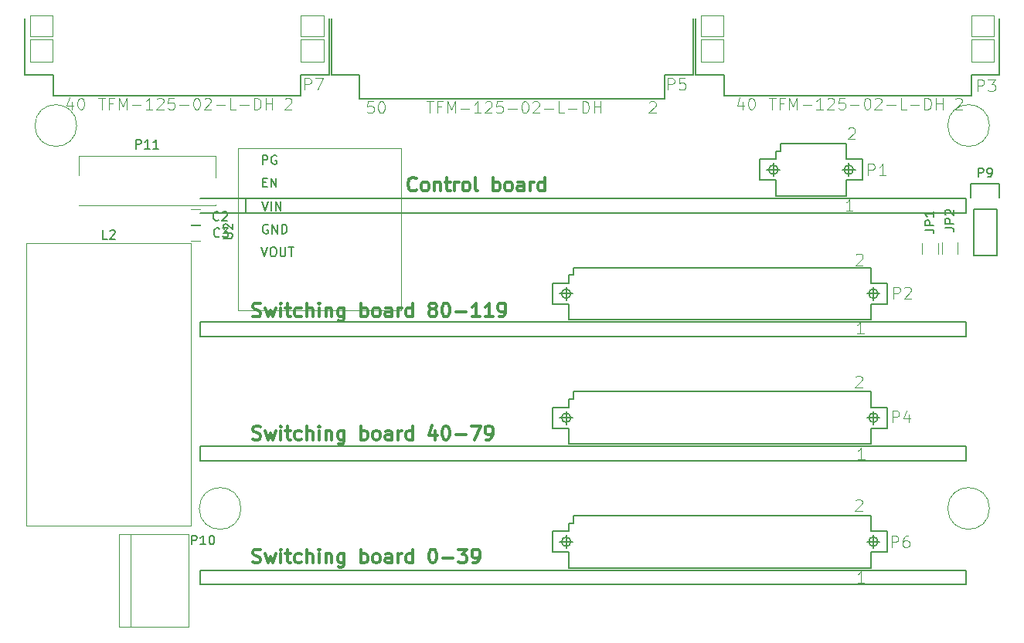
<source format=gbr>
G04 #@! TF.FileFunction,Legend,Top*
%FSLAX46Y46*%
G04 Gerber Fmt 4.6, Leading zero omitted, Abs format (unit mm)*
G04 Created by KiCad (PCBNEW 4.0.1-stable) date 2017-03-07 1:46:45 PM*
%MOMM*%
G01*
G04 APERTURE LIST*
%ADD10C,0.100000*%
%ADD11C,0.300000*%
%ADD12C,0.200000*%
%ADD13C,0.120000*%
%ADD14C,0.150000*%
%ADD15C,0.066040*%
%ADD16C,0.127000*%
%ADD17C,0.101600*%
G04 APERTURE END LIST*
D10*
D11*
X71585714Y-91907643D02*
X71800000Y-91979071D01*
X72157143Y-91979071D01*
X72300000Y-91907643D01*
X72371429Y-91836214D01*
X72442857Y-91693357D01*
X72442857Y-91550500D01*
X72371429Y-91407643D01*
X72300000Y-91336214D01*
X72157143Y-91264786D01*
X71871429Y-91193357D01*
X71728571Y-91121929D01*
X71657143Y-91050500D01*
X71585714Y-90907643D01*
X71585714Y-90764786D01*
X71657143Y-90621929D01*
X71728571Y-90550500D01*
X71871429Y-90479071D01*
X72228571Y-90479071D01*
X72442857Y-90550500D01*
X72942857Y-90979071D02*
X73228571Y-91979071D01*
X73514285Y-91264786D01*
X73800000Y-91979071D01*
X74085714Y-90979071D01*
X74657143Y-91979071D02*
X74657143Y-90979071D01*
X74657143Y-90479071D02*
X74585714Y-90550500D01*
X74657143Y-90621929D01*
X74728571Y-90550500D01*
X74657143Y-90479071D01*
X74657143Y-90621929D01*
X75157143Y-90979071D02*
X75728572Y-90979071D01*
X75371429Y-90479071D02*
X75371429Y-91764786D01*
X75442857Y-91907643D01*
X75585715Y-91979071D01*
X75728572Y-91979071D01*
X76871429Y-91907643D02*
X76728572Y-91979071D01*
X76442858Y-91979071D01*
X76300000Y-91907643D01*
X76228572Y-91836214D01*
X76157143Y-91693357D01*
X76157143Y-91264786D01*
X76228572Y-91121929D01*
X76300000Y-91050500D01*
X76442858Y-90979071D01*
X76728572Y-90979071D01*
X76871429Y-91050500D01*
X77514286Y-91979071D02*
X77514286Y-90479071D01*
X78157143Y-91979071D02*
X78157143Y-91193357D01*
X78085714Y-91050500D01*
X77942857Y-90979071D01*
X77728572Y-90979071D01*
X77585714Y-91050500D01*
X77514286Y-91121929D01*
X78871429Y-91979071D02*
X78871429Y-90979071D01*
X78871429Y-90479071D02*
X78800000Y-90550500D01*
X78871429Y-90621929D01*
X78942857Y-90550500D01*
X78871429Y-90479071D01*
X78871429Y-90621929D01*
X79585715Y-90979071D02*
X79585715Y-91979071D01*
X79585715Y-91121929D02*
X79657143Y-91050500D01*
X79800001Y-90979071D01*
X80014286Y-90979071D01*
X80157143Y-91050500D01*
X80228572Y-91193357D01*
X80228572Y-91979071D01*
X81585715Y-90979071D02*
X81585715Y-92193357D01*
X81514286Y-92336214D01*
X81442858Y-92407643D01*
X81300001Y-92479071D01*
X81085715Y-92479071D01*
X80942858Y-92407643D01*
X81585715Y-91907643D02*
X81442858Y-91979071D01*
X81157144Y-91979071D01*
X81014286Y-91907643D01*
X80942858Y-91836214D01*
X80871429Y-91693357D01*
X80871429Y-91264786D01*
X80942858Y-91121929D01*
X81014286Y-91050500D01*
X81157144Y-90979071D01*
X81442858Y-90979071D01*
X81585715Y-91050500D01*
X83442858Y-91979071D02*
X83442858Y-90479071D01*
X83442858Y-91050500D02*
X83585715Y-90979071D01*
X83871429Y-90979071D01*
X84014286Y-91050500D01*
X84085715Y-91121929D01*
X84157144Y-91264786D01*
X84157144Y-91693357D01*
X84085715Y-91836214D01*
X84014286Y-91907643D01*
X83871429Y-91979071D01*
X83585715Y-91979071D01*
X83442858Y-91907643D01*
X85014287Y-91979071D02*
X84871429Y-91907643D01*
X84800001Y-91836214D01*
X84728572Y-91693357D01*
X84728572Y-91264786D01*
X84800001Y-91121929D01*
X84871429Y-91050500D01*
X85014287Y-90979071D01*
X85228572Y-90979071D01*
X85371429Y-91050500D01*
X85442858Y-91121929D01*
X85514287Y-91264786D01*
X85514287Y-91693357D01*
X85442858Y-91836214D01*
X85371429Y-91907643D01*
X85228572Y-91979071D01*
X85014287Y-91979071D01*
X86800001Y-91979071D02*
X86800001Y-91193357D01*
X86728572Y-91050500D01*
X86585715Y-90979071D01*
X86300001Y-90979071D01*
X86157144Y-91050500D01*
X86800001Y-91907643D02*
X86657144Y-91979071D01*
X86300001Y-91979071D01*
X86157144Y-91907643D01*
X86085715Y-91764786D01*
X86085715Y-91621929D01*
X86157144Y-91479071D01*
X86300001Y-91407643D01*
X86657144Y-91407643D01*
X86800001Y-91336214D01*
X87514287Y-91979071D02*
X87514287Y-90979071D01*
X87514287Y-91264786D02*
X87585715Y-91121929D01*
X87657144Y-91050500D01*
X87800001Y-90979071D01*
X87942858Y-90979071D01*
X89085715Y-91979071D02*
X89085715Y-90479071D01*
X89085715Y-91907643D02*
X88942858Y-91979071D01*
X88657144Y-91979071D01*
X88514286Y-91907643D01*
X88442858Y-91836214D01*
X88371429Y-91693357D01*
X88371429Y-91264786D01*
X88442858Y-91121929D01*
X88514286Y-91050500D01*
X88657144Y-90979071D01*
X88942858Y-90979071D01*
X89085715Y-91050500D01*
X91228572Y-90479071D02*
X91371429Y-90479071D01*
X91514286Y-90550500D01*
X91585715Y-90621929D01*
X91657144Y-90764786D01*
X91728572Y-91050500D01*
X91728572Y-91407643D01*
X91657144Y-91693357D01*
X91585715Y-91836214D01*
X91514286Y-91907643D01*
X91371429Y-91979071D01*
X91228572Y-91979071D01*
X91085715Y-91907643D01*
X91014286Y-91836214D01*
X90942858Y-91693357D01*
X90871429Y-91407643D01*
X90871429Y-91050500D01*
X90942858Y-90764786D01*
X91014286Y-90621929D01*
X91085715Y-90550500D01*
X91228572Y-90479071D01*
X92371429Y-91407643D02*
X93514286Y-91407643D01*
X94085715Y-90479071D02*
X95014286Y-90479071D01*
X94514286Y-91050500D01*
X94728572Y-91050500D01*
X94871429Y-91121929D01*
X94942858Y-91193357D01*
X95014286Y-91336214D01*
X95014286Y-91693357D01*
X94942858Y-91836214D01*
X94871429Y-91907643D01*
X94728572Y-91979071D01*
X94300000Y-91979071D01*
X94157143Y-91907643D01*
X94085715Y-91836214D01*
X95728571Y-91979071D02*
X96014286Y-91979071D01*
X96157143Y-91907643D01*
X96228571Y-91836214D01*
X96371429Y-91621929D01*
X96442857Y-91336214D01*
X96442857Y-90764786D01*
X96371429Y-90621929D01*
X96300000Y-90550500D01*
X96157143Y-90479071D01*
X95871429Y-90479071D01*
X95728571Y-90550500D01*
X95657143Y-90621929D01*
X95585714Y-90764786D01*
X95585714Y-91121929D01*
X95657143Y-91264786D01*
X95728571Y-91336214D01*
X95871429Y-91407643D01*
X96157143Y-91407643D01*
X96300000Y-91336214D01*
X96371429Y-91264786D01*
X96442857Y-91121929D01*
X71585714Y-78382143D02*
X71800000Y-78453571D01*
X72157143Y-78453571D01*
X72300000Y-78382143D01*
X72371429Y-78310714D01*
X72442857Y-78167857D01*
X72442857Y-78025000D01*
X72371429Y-77882143D01*
X72300000Y-77810714D01*
X72157143Y-77739286D01*
X71871429Y-77667857D01*
X71728571Y-77596429D01*
X71657143Y-77525000D01*
X71585714Y-77382143D01*
X71585714Y-77239286D01*
X71657143Y-77096429D01*
X71728571Y-77025000D01*
X71871429Y-76953571D01*
X72228571Y-76953571D01*
X72442857Y-77025000D01*
X72942857Y-77453571D02*
X73228571Y-78453571D01*
X73514285Y-77739286D01*
X73800000Y-78453571D01*
X74085714Y-77453571D01*
X74657143Y-78453571D02*
X74657143Y-77453571D01*
X74657143Y-76953571D02*
X74585714Y-77025000D01*
X74657143Y-77096429D01*
X74728571Y-77025000D01*
X74657143Y-76953571D01*
X74657143Y-77096429D01*
X75157143Y-77453571D02*
X75728572Y-77453571D01*
X75371429Y-76953571D02*
X75371429Y-78239286D01*
X75442857Y-78382143D01*
X75585715Y-78453571D01*
X75728572Y-78453571D01*
X76871429Y-78382143D02*
X76728572Y-78453571D01*
X76442858Y-78453571D01*
X76300000Y-78382143D01*
X76228572Y-78310714D01*
X76157143Y-78167857D01*
X76157143Y-77739286D01*
X76228572Y-77596429D01*
X76300000Y-77525000D01*
X76442858Y-77453571D01*
X76728572Y-77453571D01*
X76871429Y-77525000D01*
X77514286Y-78453571D02*
X77514286Y-76953571D01*
X78157143Y-78453571D02*
X78157143Y-77667857D01*
X78085714Y-77525000D01*
X77942857Y-77453571D01*
X77728572Y-77453571D01*
X77585714Y-77525000D01*
X77514286Y-77596429D01*
X78871429Y-78453571D02*
X78871429Y-77453571D01*
X78871429Y-76953571D02*
X78800000Y-77025000D01*
X78871429Y-77096429D01*
X78942857Y-77025000D01*
X78871429Y-76953571D01*
X78871429Y-77096429D01*
X79585715Y-77453571D02*
X79585715Y-78453571D01*
X79585715Y-77596429D02*
X79657143Y-77525000D01*
X79800001Y-77453571D01*
X80014286Y-77453571D01*
X80157143Y-77525000D01*
X80228572Y-77667857D01*
X80228572Y-78453571D01*
X81585715Y-77453571D02*
X81585715Y-78667857D01*
X81514286Y-78810714D01*
X81442858Y-78882143D01*
X81300001Y-78953571D01*
X81085715Y-78953571D01*
X80942858Y-78882143D01*
X81585715Y-78382143D02*
X81442858Y-78453571D01*
X81157144Y-78453571D01*
X81014286Y-78382143D01*
X80942858Y-78310714D01*
X80871429Y-78167857D01*
X80871429Y-77739286D01*
X80942858Y-77596429D01*
X81014286Y-77525000D01*
X81157144Y-77453571D01*
X81442858Y-77453571D01*
X81585715Y-77525000D01*
X83442858Y-78453571D02*
X83442858Y-76953571D01*
X83442858Y-77525000D02*
X83585715Y-77453571D01*
X83871429Y-77453571D01*
X84014286Y-77525000D01*
X84085715Y-77596429D01*
X84157144Y-77739286D01*
X84157144Y-78167857D01*
X84085715Y-78310714D01*
X84014286Y-78382143D01*
X83871429Y-78453571D01*
X83585715Y-78453571D01*
X83442858Y-78382143D01*
X85014287Y-78453571D02*
X84871429Y-78382143D01*
X84800001Y-78310714D01*
X84728572Y-78167857D01*
X84728572Y-77739286D01*
X84800001Y-77596429D01*
X84871429Y-77525000D01*
X85014287Y-77453571D01*
X85228572Y-77453571D01*
X85371429Y-77525000D01*
X85442858Y-77596429D01*
X85514287Y-77739286D01*
X85514287Y-78167857D01*
X85442858Y-78310714D01*
X85371429Y-78382143D01*
X85228572Y-78453571D01*
X85014287Y-78453571D01*
X86800001Y-78453571D02*
X86800001Y-77667857D01*
X86728572Y-77525000D01*
X86585715Y-77453571D01*
X86300001Y-77453571D01*
X86157144Y-77525000D01*
X86800001Y-78382143D02*
X86657144Y-78453571D01*
X86300001Y-78453571D01*
X86157144Y-78382143D01*
X86085715Y-78239286D01*
X86085715Y-78096429D01*
X86157144Y-77953571D01*
X86300001Y-77882143D01*
X86657144Y-77882143D01*
X86800001Y-77810714D01*
X87514287Y-78453571D02*
X87514287Y-77453571D01*
X87514287Y-77739286D02*
X87585715Y-77596429D01*
X87657144Y-77525000D01*
X87800001Y-77453571D01*
X87942858Y-77453571D01*
X89085715Y-78453571D02*
X89085715Y-76953571D01*
X89085715Y-78382143D02*
X88942858Y-78453571D01*
X88657144Y-78453571D01*
X88514286Y-78382143D01*
X88442858Y-78310714D01*
X88371429Y-78167857D01*
X88371429Y-77739286D01*
X88442858Y-77596429D01*
X88514286Y-77525000D01*
X88657144Y-77453571D01*
X88942858Y-77453571D01*
X89085715Y-77525000D01*
X91585715Y-77453571D02*
X91585715Y-78453571D01*
X91228572Y-76882143D02*
X90871429Y-77953571D01*
X91800001Y-77953571D01*
X92657143Y-76953571D02*
X92800000Y-76953571D01*
X92942857Y-77025000D01*
X93014286Y-77096429D01*
X93085715Y-77239286D01*
X93157143Y-77525000D01*
X93157143Y-77882143D01*
X93085715Y-78167857D01*
X93014286Y-78310714D01*
X92942857Y-78382143D01*
X92800000Y-78453571D01*
X92657143Y-78453571D01*
X92514286Y-78382143D01*
X92442857Y-78310714D01*
X92371429Y-78167857D01*
X92300000Y-77882143D01*
X92300000Y-77525000D01*
X92371429Y-77239286D01*
X92442857Y-77096429D01*
X92514286Y-77025000D01*
X92657143Y-76953571D01*
X93800000Y-77882143D02*
X94942857Y-77882143D01*
X95514286Y-76953571D02*
X96514286Y-76953571D01*
X95871429Y-78453571D01*
X97157142Y-78453571D02*
X97442857Y-78453571D01*
X97585714Y-78382143D01*
X97657142Y-78310714D01*
X97800000Y-78096429D01*
X97871428Y-77810714D01*
X97871428Y-77239286D01*
X97800000Y-77096429D01*
X97728571Y-77025000D01*
X97585714Y-76953571D01*
X97300000Y-76953571D01*
X97157142Y-77025000D01*
X97085714Y-77096429D01*
X97014285Y-77239286D01*
X97014285Y-77596429D01*
X97085714Y-77739286D01*
X97157142Y-77810714D01*
X97300000Y-77882143D01*
X97585714Y-77882143D01*
X97728571Y-77810714D01*
X97800000Y-77739286D01*
X97871428Y-77596429D01*
X71585714Y-64907143D02*
X71800000Y-64978571D01*
X72157143Y-64978571D01*
X72300000Y-64907143D01*
X72371429Y-64835714D01*
X72442857Y-64692857D01*
X72442857Y-64550000D01*
X72371429Y-64407143D01*
X72300000Y-64335714D01*
X72157143Y-64264286D01*
X71871429Y-64192857D01*
X71728571Y-64121429D01*
X71657143Y-64050000D01*
X71585714Y-63907143D01*
X71585714Y-63764286D01*
X71657143Y-63621429D01*
X71728571Y-63550000D01*
X71871429Y-63478571D01*
X72228571Y-63478571D01*
X72442857Y-63550000D01*
X72942857Y-63978571D02*
X73228571Y-64978571D01*
X73514285Y-64264286D01*
X73800000Y-64978571D01*
X74085714Y-63978571D01*
X74657143Y-64978571D02*
X74657143Y-63978571D01*
X74657143Y-63478571D02*
X74585714Y-63550000D01*
X74657143Y-63621429D01*
X74728571Y-63550000D01*
X74657143Y-63478571D01*
X74657143Y-63621429D01*
X75157143Y-63978571D02*
X75728572Y-63978571D01*
X75371429Y-63478571D02*
X75371429Y-64764286D01*
X75442857Y-64907143D01*
X75585715Y-64978571D01*
X75728572Y-64978571D01*
X76871429Y-64907143D02*
X76728572Y-64978571D01*
X76442858Y-64978571D01*
X76300000Y-64907143D01*
X76228572Y-64835714D01*
X76157143Y-64692857D01*
X76157143Y-64264286D01*
X76228572Y-64121429D01*
X76300000Y-64050000D01*
X76442858Y-63978571D01*
X76728572Y-63978571D01*
X76871429Y-64050000D01*
X77514286Y-64978571D02*
X77514286Y-63478571D01*
X78157143Y-64978571D02*
X78157143Y-64192857D01*
X78085714Y-64050000D01*
X77942857Y-63978571D01*
X77728572Y-63978571D01*
X77585714Y-64050000D01*
X77514286Y-64121429D01*
X78871429Y-64978571D02*
X78871429Y-63978571D01*
X78871429Y-63478571D02*
X78800000Y-63550000D01*
X78871429Y-63621429D01*
X78942857Y-63550000D01*
X78871429Y-63478571D01*
X78871429Y-63621429D01*
X79585715Y-63978571D02*
X79585715Y-64978571D01*
X79585715Y-64121429D02*
X79657143Y-64050000D01*
X79800001Y-63978571D01*
X80014286Y-63978571D01*
X80157143Y-64050000D01*
X80228572Y-64192857D01*
X80228572Y-64978571D01*
X81585715Y-63978571D02*
X81585715Y-65192857D01*
X81514286Y-65335714D01*
X81442858Y-65407143D01*
X81300001Y-65478571D01*
X81085715Y-65478571D01*
X80942858Y-65407143D01*
X81585715Y-64907143D02*
X81442858Y-64978571D01*
X81157144Y-64978571D01*
X81014286Y-64907143D01*
X80942858Y-64835714D01*
X80871429Y-64692857D01*
X80871429Y-64264286D01*
X80942858Y-64121429D01*
X81014286Y-64050000D01*
X81157144Y-63978571D01*
X81442858Y-63978571D01*
X81585715Y-64050000D01*
X83442858Y-64978571D02*
X83442858Y-63478571D01*
X83442858Y-64050000D02*
X83585715Y-63978571D01*
X83871429Y-63978571D01*
X84014286Y-64050000D01*
X84085715Y-64121429D01*
X84157144Y-64264286D01*
X84157144Y-64692857D01*
X84085715Y-64835714D01*
X84014286Y-64907143D01*
X83871429Y-64978571D01*
X83585715Y-64978571D01*
X83442858Y-64907143D01*
X85014287Y-64978571D02*
X84871429Y-64907143D01*
X84800001Y-64835714D01*
X84728572Y-64692857D01*
X84728572Y-64264286D01*
X84800001Y-64121429D01*
X84871429Y-64050000D01*
X85014287Y-63978571D01*
X85228572Y-63978571D01*
X85371429Y-64050000D01*
X85442858Y-64121429D01*
X85514287Y-64264286D01*
X85514287Y-64692857D01*
X85442858Y-64835714D01*
X85371429Y-64907143D01*
X85228572Y-64978571D01*
X85014287Y-64978571D01*
X86800001Y-64978571D02*
X86800001Y-64192857D01*
X86728572Y-64050000D01*
X86585715Y-63978571D01*
X86300001Y-63978571D01*
X86157144Y-64050000D01*
X86800001Y-64907143D02*
X86657144Y-64978571D01*
X86300001Y-64978571D01*
X86157144Y-64907143D01*
X86085715Y-64764286D01*
X86085715Y-64621429D01*
X86157144Y-64478571D01*
X86300001Y-64407143D01*
X86657144Y-64407143D01*
X86800001Y-64335714D01*
X87514287Y-64978571D02*
X87514287Y-63978571D01*
X87514287Y-64264286D02*
X87585715Y-64121429D01*
X87657144Y-64050000D01*
X87800001Y-63978571D01*
X87942858Y-63978571D01*
X89085715Y-64978571D02*
X89085715Y-63478571D01*
X89085715Y-64907143D02*
X88942858Y-64978571D01*
X88657144Y-64978571D01*
X88514286Y-64907143D01*
X88442858Y-64835714D01*
X88371429Y-64692857D01*
X88371429Y-64264286D01*
X88442858Y-64121429D01*
X88514286Y-64050000D01*
X88657144Y-63978571D01*
X88942858Y-63978571D01*
X89085715Y-64050000D01*
X91157144Y-64121429D02*
X91014286Y-64050000D01*
X90942858Y-63978571D01*
X90871429Y-63835714D01*
X90871429Y-63764286D01*
X90942858Y-63621429D01*
X91014286Y-63550000D01*
X91157144Y-63478571D01*
X91442858Y-63478571D01*
X91585715Y-63550000D01*
X91657144Y-63621429D01*
X91728572Y-63764286D01*
X91728572Y-63835714D01*
X91657144Y-63978571D01*
X91585715Y-64050000D01*
X91442858Y-64121429D01*
X91157144Y-64121429D01*
X91014286Y-64192857D01*
X90942858Y-64264286D01*
X90871429Y-64407143D01*
X90871429Y-64692857D01*
X90942858Y-64835714D01*
X91014286Y-64907143D01*
X91157144Y-64978571D01*
X91442858Y-64978571D01*
X91585715Y-64907143D01*
X91657144Y-64835714D01*
X91728572Y-64692857D01*
X91728572Y-64407143D01*
X91657144Y-64264286D01*
X91585715Y-64192857D01*
X91442858Y-64121429D01*
X92657143Y-63478571D02*
X92800000Y-63478571D01*
X92942857Y-63550000D01*
X93014286Y-63621429D01*
X93085715Y-63764286D01*
X93157143Y-64050000D01*
X93157143Y-64407143D01*
X93085715Y-64692857D01*
X93014286Y-64835714D01*
X92942857Y-64907143D01*
X92800000Y-64978571D01*
X92657143Y-64978571D01*
X92514286Y-64907143D01*
X92442857Y-64835714D01*
X92371429Y-64692857D01*
X92300000Y-64407143D01*
X92300000Y-64050000D01*
X92371429Y-63764286D01*
X92442857Y-63621429D01*
X92514286Y-63550000D01*
X92657143Y-63478571D01*
X93800000Y-64407143D02*
X94942857Y-64407143D01*
X96442857Y-64978571D02*
X95585714Y-64978571D01*
X96014286Y-64978571D02*
X96014286Y-63478571D01*
X95871429Y-63692857D01*
X95728571Y-63835714D01*
X95585714Y-63907143D01*
X97871428Y-64978571D02*
X97014285Y-64978571D01*
X97442857Y-64978571D02*
X97442857Y-63478571D01*
X97300000Y-63692857D01*
X97157142Y-63835714D01*
X97014285Y-63907143D01*
X98585713Y-64978571D02*
X98871428Y-64978571D01*
X99014285Y-64907143D01*
X99085713Y-64835714D01*
X99228571Y-64621429D01*
X99299999Y-64335714D01*
X99299999Y-63764286D01*
X99228571Y-63621429D01*
X99157142Y-63550000D01*
X99014285Y-63478571D01*
X98728571Y-63478571D01*
X98585713Y-63550000D01*
X98514285Y-63621429D01*
X98442856Y-63764286D01*
X98442856Y-64121429D01*
X98514285Y-64264286D01*
X98585713Y-64335714D01*
X98728571Y-64407143D01*
X99014285Y-64407143D01*
X99157142Y-64335714D01*
X99228571Y-64264286D01*
X99299999Y-64121429D01*
X89492858Y-51035714D02*
X89421429Y-51107143D01*
X89207143Y-51178571D01*
X89064286Y-51178571D01*
X88850001Y-51107143D01*
X88707143Y-50964286D01*
X88635715Y-50821429D01*
X88564286Y-50535714D01*
X88564286Y-50321429D01*
X88635715Y-50035714D01*
X88707143Y-49892857D01*
X88850001Y-49750000D01*
X89064286Y-49678571D01*
X89207143Y-49678571D01*
X89421429Y-49750000D01*
X89492858Y-49821429D01*
X90350001Y-51178571D02*
X90207143Y-51107143D01*
X90135715Y-51035714D01*
X90064286Y-50892857D01*
X90064286Y-50464286D01*
X90135715Y-50321429D01*
X90207143Y-50250000D01*
X90350001Y-50178571D01*
X90564286Y-50178571D01*
X90707143Y-50250000D01*
X90778572Y-50321429D01*
X90850001Y-50464286D01*
X90850001Y-50892857D01*
X90778572Y-51035714D01*
X90707143Y-51107143D01*
X90564286Y-51178571D01*
X90350001Y-51178571D01*
X91492858Y-50178571D02*
X91492858Y-51178571D01*
X91492858Y-50321429D02*
X91564286Y-50250000D01*
X91707144Y-50178571D01*
X91921429Y-50178571D01*
X92064286Y-50250000D01*
X92135715Y-50392857D01*
X92135715Y-51178571D01*
X92635715Y-50178571D02*
X93207144Y-50178571D01*
X92850001Y-49678571D02*
X92850001Y-50964286D01*
X92921429Y-51107143D01*
X93064287Y-51178571D01*
X93207144Y-51178571D01*
X93707144Y-51178571D02*
X93707144Y-50178571D01*
X93707144Y-50464286D02*
X93778572Y-50321429D01*
X93850001Y-50250000D01*
X93992858Y-50178571D01*
X94135715Y-50178571D01*
X94850001Y-51178571D02*
X94707143Y-51107143D01*
X94635715Y-51035714D01*
X94564286Y-50892857D01*
X94564286Y-50464286D01*
X94635715Y-50321429D01*
X94707143Y-50250000D01*
X94850001Y-50178571D01*
X95064286Y-50178571D01*
X95207143Y-50250000D01*
X95278572Y-50321429D01*
X95350001Y-50464286D01*
X95350001Y-50892857D01*
X95278572Y-51035714D01*
X95207143Y-51107143D01*
X95064286Y-51178571D01*
X94850001Y-51178571D01*
X96207144Y-51178571D02*
X96064286Y-51107143D01*
X95992858Y-50964286D01*
X95992858Y-49678571D01*
X97921429Y-51178571D02*
X97921429Y-49678571D01*
X97921429Y-50250000D02*
X98064286Y-50178571D01*
X98350000Y-50178571D01*
X98492857Y-50250000D01*
X98564286Y-50321429D01*
X98635715Y-50464286D01*
X98635715Y-50892857D01*
X98564286Y-51035714D01*
X98492857Y-51107143D01*
X98350000Y-51178571D01*
X98064286Y-51178571D01*
X97921429Y-51107143D01*
X99492858Y-51178571D02*
X99350000Y-51107143D01*
X99278572Y-51035714D01*
X99207143Y-50892857D01*
X99207143Y-50464286D01*
X99278572Y-50321429D01*
X99350000Y-50250000D01*
X99492858Y-50178571D01*
X99707143Y-50178571D01*
X99850000Y-50250000D01*
X99921429Y-50321429D01*
X99992858Y-50464286D01*
X99992858Y-50892857D01*
X99921429Y-51035714D01*
X99850000Y-51107143D01*
X99707143Y-51178571D01*
X99492858Y-51178571D01*
X101278572Y-51178571D02*
X101278572Y-50392857D01*
X101207143Y-50250000D01*
X101064286Y-50178571D01*
X100778572Y-50178571D01*
X100635715Y-50250000D01*
X101278572Y-51107143D02*
X101135715Y-51178571D01*
X100778572Y-51178571D01*
X100635715Y-51107143D01*
X100564286Y-50964286D01*
X100564286Y-50821429D01*
X100635715Y-50678571D01*
X100778572Y-50607143D01*
X101135715Y-50607143D01*
X101278572Y-50535714D01*
X101992858Y-51178571D02*
X101992858Y-50178571D01*
X101992858Y-50464286D02*
X102064286Y-50321429D01*
X102135715Y-50250000D01*
X102278572Y-50178571D01*
X102421429Y-50178571D01*
X103564286Y-51178571D02*
X103564286Y-49678571D01*
X103564286Y-51107143D02*
X103421429Y-51178571D01*
X103135715Y-51178571D01*
X102992857Y-51107143D01*
X102921429Y-51035714D01*
X102850000Y-50892857D01*
X102850000Y-50464286D01*
X102921429Y-50321429D01*
X102992857Y-50250000D01*
X103135715Y-50178571D01*
X103421429Y-50178571D01*
X103564286Y-50250000D01*
D12*
X65837000Y-65561000D02*
X65837000Y-67161000D01*
X65837000Y-80761000D02*
X65837000Y-79161000D01*
X65837000Y-94361000D02*
X65837000Y-92761000D01*
X149738400Y-94361000D02*
X149738400Y-92761000D01*
X149738400Y-80761000D02*
X149738400Y-79161000D01*
X149738400Y-67161000D02*
X149738400Y-65561000D01*
X65838400Y-65561000D02*
X149738400Y-65561000D01*
X65838400Y-94361000D02*
X149738400Y-94361000D01*
X65838400Y-92761000D02*
X149738400Y-92761000D01*
X65838400Y-80761000D02*
X149738400Y-80761000D01*
X65838400Y-79161000D02*
X149738400Y-79161000D01*
X65838400Y-67161000D02*
X149738400Y-67161000D01*
X149738400Y-53561000D02*
X149738400Y-51961000D01*
X65838400Y-53561000D02*
X149738400Y-53561000D01*
X70838400Y-53561000D02*
X70838400Y-51961000D01*
X149738400Y-51961000D02*
X65838400Y-51961000D01*
D13*
X67510000Y-47360000D02*
X67510000Y-49690000D01*
X52520000Y-47360000D02*
X52520000Y-49480000D01*
X67510000Y-47360000D02*
X52520000Y-47360000D01*
X67510000Y-52720000D02*
X52520000Y-52720000D01*
X67510000Y-52650000D02*
X67510000Y-52720000D01*
D14*
X150530000Y-53170000D02*
X150530000Y-58250000D01*
X150530000Y-58250000D02*
X153070000Y-58250000D01*
X153070000Y-58250000D02*
X153070000Y-53170000D01*
X153350000Y-50350000D02*
X153350000Y-51900000D01*
X153070000Y-53170000D02*
X150530000Y-53170000D01*
X150250000Y-51900000D02*
X150250000Y-50350000D01*
X150250000Y-50350000D02*
X153350000Y-50350000D01*
D15*
X47218800Y-34176800D02*
X49682600Y-34176800D01*
X49682600Y-34176800D02*
X49682600Y-31890800D01*
X47218800Y-31890800D02*
X49682600Y-31890800D01*
X47218800Y-34176800D02*
X47218800Y-31890800D01*
X47218800Y-37021600D02*
X49682600Y-37021600D01*
X49682600Y-37021600D02*
X49682600Y-34557800D01*
X47218800Y-34557800D02*
X49682600Y-34557800D01*
X47218800Y-37021600D02*
X47218800Y-34557800D01*
X76860600Y-34176800D02*
X79324400Y-34176800D01*
X79324400Y-34176800D02*
X79324400Y-31890800D01*
X76860600Y-31890800D02*
X79324400Y-31890800D01*
X76860600Y-34176800D02*
X76860600Y-31890800D01*
X76860600Y-37021600D02*
X79324400Y-37021600D01*
X79324400Y-37021600D02*
X79324400Y-34557800D01*
X76860600Y-34557800D02*
X79324400Y-34557800D01*
X76860600Y-37021600D02*
X76860600Y-34557800D01*
D16*
X46621900Y-32271800D02*
X46621900Y-38469400D01*
X46621900Y-38469400D02*
X49720700Y-38469400D01*
X49720700Y-38469400D02*
X49720700Y-40691900D01*
X49720700Y-40691900D02*
X76822500Y-40691900D01*
X76822500Y-40691900D02*
X76822500Y-38469400D01*
X76822500Y-38469400D02*
X79921300Y-38469400D01*
X79921300Y-38469400D02*
X79921300Y-32271800D01*
D15*
X120675600Y-34176800D02*
X123139400Y-34176800D01*
X123139400Y-34176800D02*
X123139400Y-31890800D01*
X120675600Y-31890800D02*
X123139400Y-31890800D01*
X120675600Y-34176800D02*
X120675600Y-31890800D01*
X120675600Y-37021600D02*
X123139400Y-37021600D01*
X123139400Y-37021600D02*
X123139400Y-34557800D01*
X120675600Y-34557800D02*
X123139400Y-34557800D01*
X120675600Y-37021600D02*
X120675600Y-34557800D01*
X150317400Y-34176800D02*
X152781200Y-34176800D01*
X152781200Y-34176800D02*
X152781200Y-31890800D01*
X150317400Y-31890800D02*
X152781200Y-31890800D01*
X150317400Y-34176800D02*
X150317400Y-31890800D01*
X150317400Y-37021600D02*
X152781200Y-37021600D01*
X152781200Y-37021600D02*
X152781200Y-34557800D01*
X150317400Y-34557800D02*
X152781200Y-34557800D01*
X150317400Y-37021600D02*
X150317400Y-34557800D01*
D16*
X120078700Y-32271800D02*
X120078700Y-38469400D01*
X120078700Y-38469400D02*
X123177500Y-38469400D01*
X123177500Y-38469400D02*
X123177500Y-40691900D01*
X123177500Y-40691900D02*
X150279300Y-40691900D01*
X150279300Y-40691900D02*
X150279300Y-38469400D01*
X150279300Y-38469400D02*
X153378100Y-38469400D01*
X153378100Y-38469400D02*
X153378100Y-32271800D01*
X128610900Y-49560700D02*
X128610900Y-48138300D01*
X127899700Y-48849500D02*
X129322100Y-48849500D01*
X129113794Y-48849500D02*
G75*
G03X129113794Y-48849500I-502894J0D01*
G01*
X127089440Y-49992500D02*
X127089440Y-47706500D01*
X128864900Y-49992500D02*
X127089440Y-49992500D01*
X128864900Y-51707000D02*
X128864900Y-49992500D01*
X129372900Y-46817500D02*
X129372900Y-45992000D01*
X128864900Y-46817500D02*
X129372900Y-46817500D01*
X128864900Y-47706500D02*
X128864900Y-46817500D01*
X127089440Y-47706500D02*
X128864900Y-47706500D01*
X129372900Y-45992000D02*
X136611900Y-45992000D01*
X136611900Y-45992000D02*
X136611900Y-47706500D01*
X136611900Y-47706500D02*
X138387360Y-47706500D01*
X138387360Y-47706500D02*
X138387360Y-49992500D01*
X138387360Y-49992500D02*
X136611900Y-49992500D01*
X136611900Y-49992500D02*
X136611900Y-51707000D01*
X136611900Y-51707000D02*
X128864900Y-51707000D01*
X137368794Y-48849500D02*
G75*
G03X137368794Y-48849500I-502894J0D01*
G01*
X136154700Y-48849500D02*
X137577100Y-48849500D01*
X136865900Y-49560700D02*
X136865900Y-48138300D01*
X105910900Y-63160200D02*
X105910900Y-61737800D01*
X105199700Y-62449000D02*
X106622100Y-62449000D01*
X106413794Y-62449000D02*
G75*
G03X106413794Y-62449000I-502894J0D01*
G01*
X104389440Y-63592000D02*
X104389440Y-61306000D01*
X106164900Y-63592000D02*
X104389440Y-63592000D01*
X106164900Y-65306500D02*
X106164900Y-63592000D01*
X106672900Y-60417000D02*
X106672900Y-59591500D01*
X106164900Y-60417000D02*
X106672900Y-60417000D01*
X106164900Y-61306000D02*
X106164900Y-60417000D01*
X104389440Y-61306000D02*
X106164900Y-61306000D01*
X106672900Y-59591500D02*
X139311900Y-59591500D01*
X139311900Y-59591500D02*
X139311900Y-61306000D01*
X139311900Y-61306000D02*
X141087360Y-61306000D01*
X141087360Y-61306000D02*
X141087360Y-63592000D01*
X141087360Y-63592000D02*
X139311900Y-63592000D01*
X139311900Y-63592000D02*
X139311900Y-65306500D01*
X139311900Y-65306500D02*
X106164900Y-65306500D01*
X140068794Y-62449000D02*
G75*
G03X140068794Y-62449000I-502894J0D01*
G01*
X138854700Y-62449000D02*
X140277100Y-62449000D01*
X139565900Y-63160200D02*
X139565900Y-61737800D01*
X105910900Y-76760200D02*
X105910900Y-75337800D01*
X105199700Y-76049000D02*
X106622100Y-76049000D01*
X106413794Y-76049000D02*
G75*
G03X106413794Y-76049000I-502894J0D01*
G01*
X104389440Y-77192000D02*
X104389440Y-74906000D01*
X106164900Y-77192000D02*
X104389440Y-77192000D01*
X106164900Y-78906500D02*
X106164900Y-77192000D01*
X106672900Y-74017000D02*
X106672900Y-73191500D01*
X106164900Y-74017000D02*
X106672900Y-74017000D01*
X106164900Y-74906000D02*
X106164900Y-74017000D01*
X104389440Y-74906000D02*
X106164900Y-74906000D01*
X106672900Y-73191500D02*
X139311900Y-73191500D01*
X139311900Y-73191500D02*
X139311900Y-74906000D01*
X139311900Y-74906000D02*
X141087360Y-74906000D01*
X141087360Y-74906000D02*
X141087360Y-77192000D01*
X141087360Y-77192000D02*
X139311900Y-77192000D01*
X139311900Y-77192000D02*
X139311900Y-78906500D01*
X139311900Y-78906500D02*
X106164900Y-78906500D01*
X140068794Y-76049000D02*
G75*
G03X140068794Y-76049000I-502894J0D01*
G01*
X138854700Y-76049000D02*
X140277100Y-76049000D01*
X139565900Y-76760200D02*
X139565900Y-75337800D01*
X105910900Y-90360200D02*
X105910900Y-88937800D01*
X105199700Y-89649000D02*
X106622100Y-89649000D01*
X106413794Y-89649000D02*
G75*
G03X106413794Y-89649000I-502894J0D01*
G01*
X104389440Y-90792000D02*
X104389440Y-88506000D01*
X106164900Y-90792000D02*
X104389440Y-90792000D01*
X106164900Y-92506500D02*
X106164900Y-90792000D01*
X106672900Y-87617000D02*
X106672900Y-86791500D01*
X106164900Y-87617000D02*
X106672900Y-87617000D01*
X106164900Y-88506000D02*
X106164900Y-87617000D01*
X104389440Y-88506000D02*
X106164900Y-88506000D01*
X106672900Y-86791500D02*
X139311900Y-86791500D01*
X139311900Y-86791500D02*
X139311900Y-88506000D01*
X139311900Y-88506000D02*
X141087360Y-88506000D01*
X141087360Y-88506000D02*
X141087360Y-90792000D01*
X141087360Y-90792000D02*
X139311900Y-90792000D01*
X139311900Y-90792000D02*
X139311900Y-92506500D01*
X139311900Y-92506500D02*
X106164900Y-92506500D01*
X140068794Y-89649000D02*
G75*
G03X140068794Y-89649000I-502894J0D01*
G01*
X138854700Y-89649000D02*
X140277100Y-89649000D01*
X139565900Y-90360200D02*
X139565900Y-88937800D01*
D13*
X58160000Y-99020000D02*
X58160000Y-88860000D01*
X56890000Y-99020000D02*
X64510000Y-99020000D01*
X64510000Y-99020000D02*
X64510000Y-88860000D01*
X64510000Y-88860000D02*
X56890000Y-88860000D01*
X56890000Y-88860000D02*
X56890000Y-99020000D01*
X146680000Y-56900000D02*
X146680000Y-58100000D01*
X144920000Y-58100000D02*
X144920000Y-56900000D01*
X148830000Y-56850000D02*
X148830000Y-58050000D01*
X147070000Y-58050000D02*
X147070000Y-56850000D01*
D16*
X80175300Y-32271800D02*
X80175300Y-38469400D01*
X80175300Y-38469400D02*
X83274100Y-38469400D01*
X83274100Y-38469400D02*
X83274100Y-41085600D01*
X83274100Y-41085600D02*
X116725900Y-41085600D01*
X116725900Y-41085600D02*
X116725900Y-38469400D01*
X116725900Y-38469400D02*
X119824700Y-38469400D01*
X119824700Y-38469400D02*
X119824700Y-32271800D01*
D13*
X65800000Y-53150000D02*
X64800000Y-53150000D01*
X64800000Y-54850000D02*
X65800000Y-54850000D01*
X65800000Y-54950000D02*
X64800000Y-54950000D01*
X64800000Y-56650000D02*
X65800000Y-56650000D01*
D10*
X64800000Y-87900000D02*
X64800000Y-56900000D01*
X46800000Y-87900000D02*
X64800000Y-87900000D01*
X46800000Y-87900000D02*
X46800000Y-56900000D01*
X46800000Y-56900000D02*
X64800000Y-56900000D01*
X87800000Y-64300000D02*
X70000000Y-64300000D01*
X87800000Y-46500000D02*
X87800000Y-64300000D01*
X70000000Y-46500000D02*
X70000000Y-64300000D01*
X87800000Y-46500000D02*
X70000000Y-46500000D01*
D13*
X52286000Y-44000000D02*
G75*
G03X52286000Y-44000000I-2286000J0D01*
G01*
X152286000Y-44000000D02*
G75*
G03X152286000Y-44000000I-2286000J0D01*
G01*
X152286000Y-86000000D02*
G75*
G03X152286000Y-86000000I-2286000J0D01*
G01*
X70286000Y-86000000D02*
G75*
G03X70286000Y-86000000I-2286000J0D01*
G01*
D14*
X58785714Y-46539381D02*
X58785714Y-45539381D01*
X59166667Y-45539381D01*
X59261905Y-45587000D01*
X59309524Y-45634619D01*
X59357143Y-45729857D01*
X59357143Y-45872714D01*
X59309524Y-45967952D01*
X59261905Y-46015571D01*
X59166667Y-46063190D01*
X58785714Y-46063190D01*
X60309524Y-46539381D02*
X59738095Y-46539381D01*
X60023809Y-46539381D02*
X60023809Y-45539381D01*
X59928571Y-45682238D01*
X59833333Y-45777476D01*
X59738095Y-45825095D01*
X61261905Y-46539381D02*
X60690476Y-46539381D01*
X60976190Y-46539381D02*
X60976190Y-45539381D01*
X60880952Y-45682238D01*
X60785714Y-45777476D01*
X60690476Y-45825095D01*
X151061905Y-49652381D02*
X151061905Y-48652381D01*
X151442858Y-48652381D01*
X151538096Y-48700000D01*
X151585715Y-48747619D01*
X151633334Y-48842857D01*
X151633334Y-48985714D01*
X151585715Y-49080952D01*
X151538096Y-49128571D01*
X151442858Y-49176190D01*
X151061905Y-49176190D01*
X152109524Y-49652381D02*
X152300000Y-49652381D01*
X152395239Y-49604762D01*
X152442858Y-49557143D01*
X152538096Y-49414286D01*
X152585715Y-49223810D01*
X152585715Y-48842857D01*
X152538096Y-48747619D01*
X152490477Y-48700000D01*
X152395239Y-48652381D01*
X152204762Y-48652381D01*
X152109524Y-48700000D01*
X152061905Y-48747619D01*
X152014286Y-48842857D01*
X152014286Y-49080952D01*
X152061905Y-49176190D01*
X152109524Y-49223810D01*
X152204762Y-49271429D01*
X152395239Y-49271429D01*
X152490477Y-49223810D01*
X152538096Y-49176190D01*
X152585715Y-49080952D01*
D17*
X77262619Y-40074524D02*
X77262619Y-38804524D01*
X77746428Y-38804524D01*
X77867381Y-38865000D01*
X77927857Y-38925476D01*
X77988333Y-39046429D01*
X77988333Y-39227857D01*
X77927857Y-39348810D01*
X77867381Y-39409286D01*
X77746428Y-39469762D01*
X77262619Y-39469762D01*
X78411667Y-38804524D02*
X79258333Y-38804524D01*
X78714048Y-40074524D01*
X54671885Y-40974324D02*
X55397600Y-40974324D01*
X55034743Y-42244324D02*
X55034743Y-40974324D01*
X56244266Y-41579086D02*
X55820933Y-41579086D01*
X55820933Y-42244324D02*
X55820933Y-40974324D01*
X56425695Y-40974324D01*
X56909504Y-42244324D02*
X56909504Y-40974324D01*
X57332837Y-41881467D01*
X57756171Y-40974324D01*
X57756171Y-42244324D01*
X58360933Y-41760514D02*
X59328552Y-41760514D01*
X60598552Y-42244324D02*
X59872838Y-42244324D01*
X60235695Y-42244324D02*
X60235695Y-40974324D01*
X60114743Y-41155752D01*
X59993790Y-41276705D01*
X59872838Y-41337181D01*
X61082362Y-41095276D02*
X61142838Y-41034800D01*
X61263790Y-40974324D01*
X61566171Y-40974324D01*
X61687124Y-41034800D01*
X61747600Y-41095276D01*
X61808076Y-41216229D01*
X61808076Y-41337181D01*
X61747600Y-41518610D01*
X61021886Y-42244324D01*
X61808076Y-42244324D01*
X62957124Y-40974324D02*
X62352362Y-40974324D01*
X62291886Y-41579086D01*
X62352362Y-41518610D01*
X62473314Y-41458133D01*
X62775695Y-41458133D01*
X62896648Y-41518610D01*
X62957124Y-41579086D01*
X63017600Y-41700038D01*
X63017600Y-42002419D01*
X62957124Y-42123371D01*
X62896648Y-42183848D01*
X62775695Y-42244324D01*
X62473314Y-42244324D01*
X62352362Y-42183848D01*
X62291886Y-42123371D01*
X63561886Y-41760514D02*
X64529505Y-41760514D01*
X65376172Y-40974324D02*
X65497124Y-40974324D01*
X65618076Y-41034800D01*
X65678553Y-41095276D01*
X65739029Y-41216229D01*
X65799505Y-41458133D01*
X65799505Y-41760514D01*
X65739029Y-42002419D01*
X65678553Y-42123371D01*
X65618076Y-42183848D01*
X65497124Y-42244324D01*
X65376172Y-42244324D01*
X65255219Y-42183848D01*
X65194743Y-42123371D01*
X65134267Y-42002419D01*
X65073791Y-41760514D01*
X65073791Y-41458133D01*
X65134267Y-41216229D01*
X65194743Y-41095276D01*
X65255219Y-41034800D01*
X65376172Y-40974324D01*
X66283315Y-41095276D02*
X66343791Y-41034800D01*
X66464743Y-40974324D01*
X66767124Y-40974324D01*
X66888077Y-41034800D01*
X66948553Y-41095276D01*
X67009029Y-41216229D01*
X67009029Y-41337181D01*
X66948553Y-41518610D01*
X66222839Y-42244324D01*
X67009029Y-42244324D01*
X67553315Y-41760514D02*
X68520934Y-41760514D01*
X69730458Y-42244324D02*
X69125696Y-42244324D01*
X69125696Y-40974324D01*
X70153791Y-41760514D02*
X71121410Y-41760514D01*
X71726172Y-42244324D02*
X71726172Y-40974324D01*
X72028553Y-40974324D01*
X72209981Y-41034800D01*
X72330934Y-41155752D01*
X72391410Y-41276705D01*
X72451886Y-41518610D01*
X72451886Y-41700038D01*
X72391410Y-41941943D01*
X72330934Y-42062895D01*
X72209981Y-42183848D01*
X72028553Y-42244324D01*
X71726172Y-42244324D01*
X72996172Y-42244324D02*
X72996172Y-40974324D01*
X72996172Y-41579086D02*
X73721886Y-41579086D01*
X73721886Y-42244324D02*
X73721886Y-40974324D01*
X75100743Y-41095276D02*
X75161219Y-41034800D01*
X75282171Y-40974324D01*
X75584552Y-40974324D01*
X75705505Y-41034800D01*
X75765981Y-41095276D01*
X75826457Y-41216229D01*
X75826457Y-41337181D01*
X75765981Y-41518610D01*
X75040267Y-42244324D01*
X75826457Y-42244324D01*
X51783543Y-41397657D02*
X51783543Y-42244324D01*
X51481162Y-40913848D02*
X51178781Y-41820990D01*
X51964971Y-41820990D01*
X52690686Y-40974324D02*
X52811638Y-40974324D01*
X52932590Y-41034800D01*
X52993067Y-41095276D01*
X53053543Y-41216229D01*
X53114019Y-41458133D01*
X53114019Y-41760514D01*
X53053543Y-42002419D01*
X52993067Y-42123371D01*
X52932590Y-42183848D01*
X52811638Y-42244324D01*
X52690686Y-42244324D01*
X52569733Y-42183848D01*
X52509257Y-42123371D01*
X52448781Y-42002419D01*
X52388305Y-41760514D01*
X52388305Y-41458133D01*
X52448781Y-41216229D01*
X52509257Y-41095276D01*
X52569733Y-41034800D01*
X52690686Y-40974324D01*
X150962619Y-40224524D02*
X150962619Y-38954524D01*
X151446428Y-38954524D01*
X151567381Y-39015000D01*
X151627857Y-39075476D01*
X151688333Y-39196429D01*
X151688333Y-39377857D01*
X151627857Y-39498810D01*
X151567381Y-39559286D01*
X151446428Y-39619762D01*
X150962619Y-39619762D01*
X152111667Y-38954524D02*
X152897857Y-38954524D01*
X152474524Y-39438333D01*
X152655952Y-39438333D01*
X152776905Y-39498810D01*
X152837381Y-39559286D01*
X152897857Y-39680238D01*
X152897857Y-39982619D01*
X152837381Y-40103571D01*
X152776905Y-40164048D01*
X152655952Y-40224524D01*
X152293095Y-40224524D01*
X152172143Y-40164048D01*
X152111667Y-40103571D01*
X128128685Y-40974324D02*
X128854400Y-40974324D01*
X128491543Y-42244324D02*
X128491543Y-40974324D01*
X129701066Y-41579086D02*
X129277733Y-41579086D01*
X129277733Y-42244324D02*
X129277733Y-40974324D01*
X129882495Y-40974324D01*
X130366304Y-42244324D02*
X130366304Y-40974324D01*
X130789637Y-41881467D01*
X131212971Y-40974324D01*
X131212971Y-42244324D01*
X131817733Y-41760514D02*
X132785352Y-41760514D01*
X134055352Y-42244324D02*
X133329638Y-42244324D01*
X133692495Y-42244324D02*
X133692495Y-40974324D01*
X133571543Y-41155752D01*
X133450590Y-41276705D01*
X133329638Y-41337181D01*
X134539162Y-41095276D02*
X134599638Y-41034800D01*
X134720590Y-40974324D01*
X135022971Y-40974324D01*
X135143924Y-41034800D01*
X135204400Y-41095276D01*
X135264876Y-41216229D01*
X135264876Y-41337181D01*
X135204400Y-41518610D01*
X134478686Y-42244324D01*
X135264876Y-42244324D01*
X136413924Y-40974324D02*
X135809162Y-40974324D01*
X135748686Y-41579086D01*
X135809162Y-41518610D01*
X135930114Y-41458133D01*
X136232495Y-41458133D01*
X136353448Y-41518610D01*
X136413924Y-41579086D01*
X136474400Y-41700038D01*
X136474400Y-42002419D01*
X136413924Y-42123371D01*
X136353448Y-42183848D01*
X136232495Y-42244324D01*
X135930114Y-42244324D01*
X135809162Y-42183848D01*
X135748686Y-42123371D01*
X137018686Y-41760514D02*
X137986305Y-41760514D01*
X138832972Y-40974324D02*
X138953924Y-40974324D01*
X139074876Y-41034800D01*
X139135353Y-41095276D01*
X139195829Y-41216229D01*
X139256305Y-41458133D01*
X139256305Y-41760514D01*
X139195829Y-42002419D01*
X139135353Y-42123371D01*
X139074876Y-42183848D01*
X138953924Y-42244324D01*
X138832972Y-42244324D01*
X138712019Y-42183848D01*
X138651543Y-42123371D01*
X138591067Y-42002419D01*
X138530591Y-41760514D01*
X138530591Y-41458133D01*
X138591067Y-41216229D01*
X138651543Y-41095276D01*
X138712019Y-41034800D01*
X138832972Y-40974324D01*
X139740115Y-41095276D02*
X139800591Y-41034800D01*
X139921543Y-40974324D01*
X140223924Y-40974324D01*
X140344877Y-41034800D01*
X140405353Y-41095276D01*
X140465829Y-41216229D01*
X140465829Y-41337181D01*
X140405353Y-41518610D01*
X139679639Y-42244324D01*
X140465829Y-42244324D01*
X141010115Y-41760514D02*
X141977734Y-41760514D01*
X143187258Y-42244324D02*
X142582496Y-42244324D01*
X142582496Y-40974324D01*
X143610591Y-41760514D02*
X144578210Y-41760514D01*
X145182972Y-42244324D02*
X145182972Y-40974324D01*
X145485353Y-40974324D01*
X145666781Y-41034800D01*
X145787734Y-41155752D01*
X145848210Y-41276705D01*
X145908686Y-41518610D01*
X145908686Y-41700038D01*
X145848210Y-41941943D01*
X145787734Y-42062895D01*
X145666781Y-42183848D01*
X145485353Y-42244324D01*
X145182972Y-42244324D01*
X146452972Y-42244324D02*
X146452972Y-40974324D01*
X146452972Y-41579086D02*
X147178686Y-41579086D01*
X147178686Y-42244324D02*
X147178686Y-40974324D01*
X148557543Y-41095276D02*
X148618019Y-41034800D01*
X148738971Y-40974324D01*
X149041352Y-40974324D01*
X149162305Y-41034800D01*
X149222781Y-41095276D01*
X149283257Y-41216229D01*
X149283257Y-41337181D01*
X149222781Y-41518610D01*
X148497067Y-42244324D01*
X149283257Y-42244324D01*
X125240343Y-41397657D02*
X125240343Y-42244324D01*
X124937962Y-40913848D02*
X124635581Y-41820990D01*
X125421771Y-41820990D01*
X126147486Y-40974324D02*
X126268438Y-40974324D01*
X126389390Y-41034800D01*
X126449867Y-41095276D01*
X126510343Y-41216229D01*
X126570819Y-41458133D01*
X126570819Y-41760514D01*
X126510343Y-42002419D01*
X126449867Y-42123371D01*
X126389390Y-42183848D01*
X126268438Y-42244324D01*
X126147486Y-42244324D01*
X126026533Y-42183848D01*
X125966057Y-42123371D01*
X125905581Y-42002419D01*
X125845105Y-41760514D01*
X125845105Y-41458133D01*
X125905581Y-41216229D01*
X125966057Y-41095276D01*
X126026533Y-41034800D01*
X126147486Y-40974324D01*
X139001019Y-49474524D02*
X139001019Y-48204524D01*
X139484828Y-48204524D01*
X139605781Y-48265000D01*
X139666257Y-48325476D01*
X139726733Y-48446429D01*
X139726733Y-48627857D01*
X139666257Y-48748810D01*
X139605781Y-48809286D01*
X139484828Y-48869762D01*
X139001019Y-48869762D01*
X140936257Y-49474524D02*
X140210543Y-49474524D01*
X140573400Y-49474524D02*
X140573400Y-48204524D01*
X140452448Y-48385952D01*
X140331495Y-48506905D01*
X140210543Y-48567381D01*
X137292257Y-53361024D02*
X136566543Y-53361024D01*
X136929400Y-53361024D02*
X136929400Y-52091024D01*
X136808448Y-52272452D01*
X136687495Y-52393405D01*
X136566543Y-52453881D01*
X136820543Y-44337976D02*
X136881019Y-44277500D01*
X137001971Y-44217024D01*
X137304352Y-44217024D01*
X137425305Y-44277500D01*
X137485781Y-44337976D01*
X137546257Y-44458929D01*
X137546257Y-44579881D01*
X137485781Y-44761310D01*
X136760067Y-45487024D01*
X137546257Y-45487024D01*
X141762619Y-62974524D02*
X141762619Y-61704524D01*
X142246428Y-61704524D01*
X142367381Y-61765000D01*
X142427857Y-61825476D01*
X142488333Y-61946429D01*
X142488333Y-62127857D01*
X142427857Y-62248810D01*
X142367381Y-62309286D01*
X142246428Y-62369762D01*
X141762619Y-62369762D01*
X142972143Y-61825476D02*
X143032619Y-61765000D01*
X143153571Y-61704524D01*
X143455952Y-61704524D01*
X143576905Y-61765000D01*
X143637381Y-61825476D01*
X143697857Y-61946429D01*
X143697857Y-62067381D01*
X143637381Y-62248810D01*
X142911667Y-62974524D01*
X143697857Y-62974524D01*
X138501257Y-66823524D02*
X137775543Y-66823524D01*
X138138400Y-66823524D02*
X138138400Y-65553524D01*
X138017448Y-65734952D01*
X137896495Y-65855905D01*
X137775543Y-65916381D01*
X137675543Y-58174476D02*
X137736019Y-58114000D01*
X137856971Y-58053524D01*
X138159352Y-58053524D01*
X138280305Y-58114000D01*
X138340781Y-58174476D01*
X138401257Y-58295429D01*
X138401257Y-58416381D01*
X138340781Y-58597810D01*
X137615067Y-59323524D01*
X138401257Y-59323524D01*
X141662619Y-76574524D02*
X141662619Y-75304524D01*
X142146428Y-75304524D01*
X142267381Y-75365000D01*
X142327857Y-75425476D01*
X142388333Y-75546429D01*
X142388333Y-75727857D01*
X142327857Y-75848810D01*
X142267381Y-75909286D01*
X142146428Y-75969762D01*
X141662619Y-75969762D01*
X143476905Y-75727857D02*
X143476905Y-76574524D01*
X143174524Y-75244048D02*
X142872143Y-76151190D01*
X143658333Y-76151190D01*
X138601257Y-80573524D02*
X137875543Y-80573524D01*
X138238400Y-80573524D02*
X138238400Y-79303524D01*
X138117448Y-79484952D01*
X137996495Y-79605905D01*
X137875543Y-79666381D01*
X137625543Y-71574476D02*
X137686019Y-71514000D01*
X137806971Y-71453524D01*
X138109352Y-71453524D01*
X138230305Y-71514000D01*
X138290781Y-71574476D01*
X138351257Y-71695429D01*
X138351257Y-71816381D01*
X138290781Y-71997810D01*
X137565067Y-72723524D01*
X138351257Y-72723524D01*
X141562619Y-90274524D02*
X141562619Y-89004524D01*
X142046428Y-89004524D01*
X142167381Y-89065000D01*
X142227857Y-89125476D01*
X142288333Y-89246429D01*
X142288333Y-89427857D01*
X142227857Y-89548810D01*
X142167381Y-89609286D01*
X142046428Y-89669762D01*
X141562619Y-89669762D01*
X143376905Y-89004524D02*
X143135000Y-89004524D01*
X143014048Y-89065000D01*
X142953571Y-89125476D01*
X142832619Y-89306905D01*
X142772143Y-89548810D01*
X142772143Y-90032619D01*
X142832619Y-90153571D01*
X142893095Y-90214048D01*
X143014048Y-90274524D01*
X143255952Y-90274524D01*
X143376905Y-90214048D01*
X143437381Y-90153571D01*
X143497857Y-90032619D01*
X143497857Y-89730238D01*
X143437381Y-89609286D01*
X143376905Y-89548810D01*
X143255952Y-89488333D01*
X143014048Y-89488333D01*
X142893095Y-89548810D01*
X142832619Y-89609286D01*
X142772143Y-89730238D01*
X138551257Y-94173524D02*
X137825543Y-94173524D01*
X138188400Y-94173524D02*
X138188400Y-92903524D01*
X138067448Y-93084952D01*
X137946495Y-93205905D01*
X137825543Y-93266381D01*
X137625543Y-85124476D02*
X137686019Y-85064000D01*
X137806971Y-85003524D01*
X138109352Y-85003524D01*
X138230305Y-85064000D01*
X138290781Y-85124476D01*
X138351257Y-85245429D01*
X138351257Y-85366381D01*
X138290781Y-85547810D01*
X137565067Y-86273524D01*
X138351257Y-86273524D01*
D14*
X64885714Y-89952381D02*
X64885714Y-88952381D01*
X65266667Y-88952381D01*
X65361905Y-89000000D01*
X65409524Y-89047619D01*
X65457143Y-89142857D01*
X65457143Y-89285714D01*
X65409524Y-89380952D01*
X65361905Y-89428571D01*
X65266667Y-89476190D01*
X64885714Y-89476190D01*
X66409524Y-89952381D02*
X65838095Y-89952381D01*
X66123809Y-89952381D02*
X66123809Y-88952381D01*
X66028571Y-89095238D01*
X65933333Y-89190476D01*
X65838095Y-89238095D01*
X67028571Y-88952381D02*
X67123810Y-88952381D01*
X67219048Y-89000000D01*
X67266667Y-89047619D01*
X67314286Y-89142857D01*
X67361905Y-89333333D01*
X67361905Y-89571429D01*
X67314286Y-89761905D01*
X67266667Y-89857143D01*
X67219048Y-89904762D01*
X67123810Y-89952381D01*
X67028571Y-89952381D01*
X66933333Y-89904762D01*
X66885714Y-89857143D01*
X66838095Y-89761905D01*
X66790476Y-89571429D01*
X66790476Y-89333333D01*
X66838095Y-89142857D01*
X66885714Y-89047619D01*
X66933333Y-89000000D01*
X67028571Y-88952381D01*
X145202381Y-55433333D02*
X145916667Y-55433333D01*
X146059524Y-55480953D01*
X146154762Y-55576191D01*
X146202381Y-55719048D01*
X146202381Y-55814286D01*
X146202381Y-54957143D02*
X145202381Y-54957143D01*
X145202381Y-54576190D01*
X145250000Y-54480952D01*
X145297619Y-54433333D01*
X145392857Y-54385714D01*
X145535714Y-54385714D01*
X145630952Y-54433333D01*
X145678571Y-54480952D01*
X145726190Y-54576190D01*
X145726190Y-54957143D01*
X146202381Y-53433333D02*
X146202381Y-54004762D01*
X146202381Y-53719048D02*
X145202381Y-53719048D01*
X145345238Y-53814286D01*
X145440476Y-53909524D01*
X145488095Y-54004762D01*
X147402381Y-55233333D02*
X148116667Y-55233333D01*
X148259524Y-55280953D01*
X148354762Y-55376191D01*
X148402381Y-55519048D01*
X148402381Y-55614286D01*
X148402381Y-54757143D02*
X147402381Y-54757143D01*
X147402381Y-54376190D01*
X147450000Y-54280952D01*
X147497619Y-54233333D01*
X147592857Y-54185714D01*
X147735714Y-54185714D01*
X147830952Y-54233333D01*
X147878571Y-54280952D01*
X147926190Y-54376190D01*
X147926190Y-54757143D01*
X147497619Y-53804762D02*
X147450000Y-53757143D01*
X147402381Y-53661905D01*
X147402381Y-53423809D01*
X147450000Y-53328571D01*
X147497619Y-53280952D01*
X147592857Y-53233333D01*
X147688095Y-53233333D01*
X147830952Y-53280952D01*
X148402381Y-53852381D01*
X148402381Y-53233333D01*
D17*
X117062619Y-40074524D02*
X117062619Y-38804524D01*
X117546428Y-38804524D01*
X117667381Y-38865000D01*
X117727857Y-38925476D01*
X117788333Y-39046429D01*
X117788333Y-39227857D01*
X117727857Y-39348810D01*
X117667381Y-39409286D01*
X117546428Y-39469762D01*
X117062619Y-39469762D01*
X118937381Y-38804524D02*
X118332619Y-38804524D01*
X118272143Y-39409286D01*
X118332619Y-39348810D01*
X118453571Y-39288333D01*
X118755952Y-39288333D01*
X118876905Y-39348810D01*
X118937381Y-39409286D01*
X118997857Y-39530238D01*
X118997857Y-39832619D01*
X118937381Y-39953571D01*
X118876905Y-40014048D01*
X118755952Y-40074524D01*
X118453571Y-40074524D01*
X118332619Y-40014048D01*
X118272143Y-39953571D01*
X90638285Y-41355324D02*
X91364000Y-41355324D01*
X91001143Y-42625324D02*
X91001143Y-41355324D01*
X92210666Y-41960086D02*
X91787333Y-41960086D01*
X91787333Y-42625324D02*
X91787333Y-41355324D01*
X92392095Y-41355324D01*
X92875904Y-42625324D02*
X92875904Y-41355324D01*
X93299237Y-42262467D01*
X93722571Y-41355324D01*
X93722571Y-42625324D01*
X94327333Y-42141514D02*
X95294952Y-42141514D01*
X96564952Y-42625324D02*
X95839238Y-42625324D01*
X96202095Y-42625324D02*
X96202095Y-41355324D01*
X96081143Y-41536752D01*
X95960190Y-41657705D01*
X95839238Y-41718181D01*
X97048762Y-41476276D02*
X97109238Y-41415800D01*
X97230190Y-41355324D01*
X97532571Y-41355324D01*
X97653524Y-41415800D01*
X97714000Y-41476276D01*
X97774476Y-41597229D01*
X97774476Y-41718181D01*
X97714000Y-41899610D01*
X96988286Y-42625324D01*
X97774476Y-42625324D01*
X98923524Y-41355324D02*
X98318762Y-41355324D01*
X98258286Y-41960086D01*
X98318762Y-41899610D01*
X98439714Y-41839133D01*
X98742095Y-41839133D01*
X98863048Y-41899610D01*
X98923524Y-41960086D01*
X98984000Y-42081038D01*
X98984000Y-42383419D01*
X98923524Y-42504371D01*
X98863048Y-42564848D01*
X98742095Y-42625324D01*
X98439714Y-42625324D01*
X98318762Y-42564848D01*
X98258286Y-42504371D01*
X99528286Y-42141514D02*
X100495905Y-42141514D01*
X101342572Y-41355324D02*
X101463524Y-41355324D01*
X101584476Y-41415800D01*
X101644953Y-41476276D01*
X101705429Y-41597229D01*
X101765905Y-41839133D01*
X101765905Y-42141514D01*
X101705429Y-42383419D01*
X101644953Y-42504371D01*
X101584476Y-42564848D01*
X101463524Y-42625324D01*
X101342572Y-42625324D01*
X101221619Y-42564848D01*
X101161143Y-42504371D01*
X101100667Y-42383419D01*
X101040191Y-42141514D01*
X101040191Y-41839133D01*
X101100667Y-41597229D01*
X101161143Y-41476276D01*
X101221619Y-41415800D01*
X101342572Y-41355324D01*
X102249715Y-41476276D02*
X102310191Y-41415800D01*
X102431143Y-41355324D01*
X102733524Y-41355324D01*
X102854477Y-41415800D01*
X102914953Y-41476276D01*
X102975429Y-41597229D01*
X102975429Y-41718181D01*
X102914953Y-41899610D01*
X102189239Y-42625324D01*
X102975429Y-42625324D01*
X103519715Y-42141514D02*
X104487334Y-42141514D01*
X105696858Y-42625324D02*
X105092096Y-42625324D01*
X105092096Y-41355324D01*
X106120191Y-42141514D02*
X107087810Y-42141514D01*
X107692572Y-42625324D02*
X107692572Y-41355324D01*
X107994953Y-41355324D01*
X108176381Y-41415800D01*
X108297334Y-41536752D01*
X108357810Y-41657705D01*
X108418286Y-41899610D01*
X108418286Y-42081038D01*
X108357810Y-42322943D01*
X108297334Y-42443895D01*
X108176381Y-42564848D01*
X107994953Y-42625324D01*
X107692572Y-42625324D01*
X108962572Y-42625324D02*
X108962572Y-41355324D01*
X108962572Y-41960086D02*
X109688286Y-41960086D01*
X109688286Y-42625324D02*
X109688286Y-41355324D01*
X115004143Y-41476276D02*
X115064619Y-41415800D01*
X115185571Y-41355324D01*
X115487952Y-41355324D01*
X115608905Y-41415800D01*
X115669381Y-41476276D01*
X115729857Y-41597229D01*
X115729857Y-41718181D01*
X115669381Y-41899610D01*
X114943667Y-42625324D01*
X115729857Y-42625324D01*
X84762419Y-41355324D02*
X84157657Y-41355324D01*
X84097181Y-41960086D01*
X84157657Y-41899610D01*
X84278609Y-41839133D01*
X84580990Y-41839133D01*
X84701943Y-41899610D01*
X84762419Y-41960086D01*
X84822895Y-42081038D01*
X84822895Y-42383419D01*
X84762419Y-42504371D01*
X84701943Y-42564848D01*
X84580990Y-42625324D01*
X84278609Y-42625324D01*
X84157657Y-42564848D01*
X84097181Y-42504371D01*
X85609086Y-41355324D02*
X85730038Y-41355324D01*
X85850990Y-41415800D01*
X85911467Y-41476276D01*
X85971943Y-41597229D01*
X86032419Y-41839133D01*
X86032419Y-42141514D01*
X85971943Y-42383419D01*
X85911467Y-42504371D01*
X85850990Y-42564848D01*
X85730038Y-42625324D01*
X85609086Y-42625324D01*
X85488133Y-42564848D01*
X85427657Y-42504371D01*
X85367181Y-42383419D01*
X85306705Y-42141514D01*
X85306705Y-41839133D01*
X85367181Y-41597229D01*
X85427657Y-41476276D01*
X85488133Y-41415800D01*
X85609086Y-41355324D01*
D14*
X67833334Y-54357143D02*
X67785715Y-54404762D01*
X67642858Y-54452381D01*
X67547620Y-54452381D01*
X67404762Y-54404762D01*
X67309524Y-54309524D01*
X67261905Y-54214286D01*
X67214286Y-54023810D01*
X67214286Y-53880952D01*
X67261905Y-53690476D01*
X67309524Y-53595238D01*
X67404762Y-53500000D01*
X67547620Y-53452381D01*
X67642858Y-53452381D01*
X67785715Y-53500000D01*
X67833334Y-53547619D01*
X68214286Y-53547619D02*
X68261905Y-53500000D01*
X68357143Y-53452381D01*
X68595239Y-53452381D01*
X68690477Y-53500000D01*
X68738096Y-53547619D01*
X68785715Y-53642857D01*
X68785715Y-53738095D01*
X68738096Y-53880952D01*
X68166667Y-54452381D01*
X68785715Y-54452381D01*
X67933334Y-56157143D02*
X67885715Y-56204762D01*
X67742858Y-56252381D01*
X67647620Y-56252381D01*
X67504762Y-56204762D01*
X67409524Y-56109524D01*
X67361905Y-56014286D01*
X67314286Y-55823810D01*
X67314286Y-55680952D01*
X67361905Y-55490476D01*
X67409524Y-55395238D01*
X67504762Y-55300000D01*
X67647620Y-55252381D01*
X67742858Y-55252381D01*
X67885715Y-55300000D01*
X67933334Y-55347619D01*
X68266667Y-55252381D02*
X68885715Y-55252381D01*
X68552381Y-55633333D01*
X68695239Y-55633333D01*
X68790477Y-55680952D01*
X68838096Y-55728571D01*
X68885715Y-55823810D01*
X68885715Y-56061905D01*
X68838096Y-56157143D01*
X68790477Y-56204762D01*
X68695239Y-56252381D01*
X68409524Y-56252381D01*
X68314286Y-56204762D01*
X68266667Y-56157143D01*
X55633334Y-56469381D02*
X55157143Y-56469381D01*
X55157143Y-55469381D01*
X55919048Y-55564619D02*
X55966667Y-55517000D01*
X56061905Y-55469381D01*
X56300001Y-55469381D01*
X56395239Y-55517000D01*
X56442858Y-55564619D01*
X56490477Y-55659857D01*
X56490477Y-55755095D01*
X56442858Y-55897952D01*
X55871429Y-56469381D01*
X56490477Y-56469381D01*
X68352381Y-56361905D02*
X69161905Y-56361905D01*
X69257143Y-56314286D01*
X69304762Y-56266667D01*
X69352381Y-56171429D01*
X69352381Y-55980952D01*
X69304762Y-55885714D01*
X69257143Y-55838095D01*
X69161905Y-55790476D01*
X68352381Y-55790476D01*
X68447619Y-55361905D02*
X68400000Y-55314286D01*
X68352381Y-55219048D01*
X68352381Y-54980952D01*
X68400000Y-54885714D01*
X68447619Y-54838095D01*
X68542857Y-54790476D01*
X68638095Y-54790476D01*
X68780952Y-54838095D01*
X69352381Y-55409524D01*
X69352381Y-54790476D01*
X72538095Y-57352381D02*
X72871428Y-58352381D01*
X73204762Y-57352381D01*
X73728571Y-57352381D02*
X73919048Y-57352381D01*
X74014286Y-57400000D01*
X74109524Y-57495238D01*
X74157143Y-57685714D01*
X74157143Y-58019048D01*
X74109524Y-58209524D01*
X74014286Y-58304762D01*
X73919048Y-58352381D01*
X73728571Y-58352381D01*
X73633333Y-58304762D01*
X73538095Y-58209524D01*
X73490476Y-58019048D01*
X73490476Y-57685714D01*
X73538095Y-57495238D01*
X73633333Y-57400000D01*
X73728571Y-57352381D01*
X74585714Y-57352381D02*
X74585714Y-58161905D01*
X74633333Y-58257143D01*
X74680952Y-58304762D01*
X74776190Y-58352381D01*
X74966667Y-58352381D01*
X75061905Y-58304762D01*
X75109524Y-58257143D01*
X75157143Y-58161905D01*
X75157143Y-57352381D01*
X75490476Y-57352381D02*
X76061905Y-57352381D01*
X75776190Y-58352381D02*
X75776190Y-57352381D01*
X72604762Y-52352381D02*
X72938095Y-53352381D01*
X73271429Y-52352381D01*
X73604762Y-53352381D02*
X73604762Y-52352381D01*
X74080952Y-53352381D02*
X74080952Y-52352381D01*
X74652381Y-53352381D01*
X74652381Y-52352381D01*
X73238096Y-54900000D02*
X73142858Y-54852381D01*
X73000001Y-54852381D01*
X72857143Y-54900000D01*
X72761905Y-54995238D01*
X72714286Y-55090476D01*
X72666667Y-55280952D01*
X72666667Y-55423810D01*
X72714286Y-55614286D01*
X72761905Y-55709524D01*
X72857143Y-55804762D01*
X73000001Y-55852381D01*
X73095239Y-55852381D01*
X73238096Y-55804762D01*
X73285715Y-55757143D01*
X73285715Y-55423810D01*
X73095239Y-55423810D01*
X73714286Y-55852381D02*
X73714286Y-54852381D01*
X74285715Y-55852381D01*
X74285715Y-54852381D01*
X74761905Y-55852381D02*
X74761905Y-54852381D01*
X75000000Y-54852381D01*
X75142858Y-54900000D01*
X75238096Y-54995238D01*
X75285715Y-55090476D01*
X75333334Y-55280952D01*
X75333334Y-55423810D01*
X75285715Y-55614286D01*
X75238096Y-55709524D01*
X75142858Y-55804762D01*
X75000000Y-55852381D01*
X74761905Y-55852381D01*
X72661905Y-50228571D02*
X72995239Y-50228571D01*
X73138096Y-50752381D02*
X72661905Y-50752381D01*
X72661905Y-49752381D01*
X73138096Y-49752381D01*
X73566667Y-50752381D02*
X73566667Y-49752381D01*
X74138096Y-50752381D01*
X74138096Y-49752381D01*
X72638095Y-48252381D02*
X72638095Y-47252381D01*
X73019048Y-47252381D01*
X73114286Y-47300000D01*
X73161905Y-47347619D01*
X73209524Y-47442857D01*
X73209524Y-47585714D01*
X73161905Y-47680952D01*
X73114286Y-47728571D01*
X73019048Y-47776190D01*
X72638095Y-47776190D01*
X74161905Y-47300000D02*
X74066667Y-47252381D01*
X73923810Y-47252381D01*
X73780952Y-47300000D01*
X73685714Y-47395238D01*
X73638095Y-47490476D01*
X73590476Y-47680952D01*
X73590476Y-47823810D01*
X73638095Y-48014286D01*
X73685714Y-48109524D01*
X73780952Y-48204762D01*
X73923810Y-48252381D01*
X74019048Y-48252381D01*
X74161905Y-48204762D01*
X74209524Y-48157143D01*
X74209524Y-47823810D01*
X74019048Y-47823810D01*
M02*

</source>
